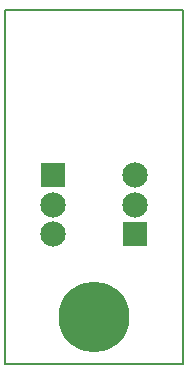
<source format=gbr>
%TF.GenerationSoftware,KiCad,Pcbnew,(5.0.0)*%
%TF.CreationDate,2018-12-15T00:02:50+01:00*%
%TF.ProjectId,addressable_led_board_V1.0,6164647265737361626C655F6C65645F,rev?*%
%TF.SameCoordinates,Original*%
%TF.FileFunction,Soldermask,Top*%
%TF.FilePolarity,Negative*%
%FSLAX46Y46*%
G04 Gerber Fmt 4.6, Leading zero omitted, Abs format (unit mm)*
G04 Created by KiCad (PCBNEW (5.0.0)) date 12/15/18 00:02:50*
%MOMM*%
%LPD*%
G01*
G04 APERTURE LIST*
%ADD10C,0.150000*%
%ADD11C,6.000000*%
%ADD12R,2.150000X2.150000*%
%ADD13C,2.150000*%
G04 APERTURE END LIST*
D10*
X15000000Y-45000000D02*
X15000000Y-15000000D01*
X30000000Y-45000000D02*
X15000000Y-45000000D01*
X30000000Y-15000000D02*
X30000000Y-45000000D01*
X15000000Y-15000000D02*
X30000000Y-15000000D01*
D11*
X22500000Y-41000000D03*
D12*
X19000000Y-29000000D03*
D13*
X19000000Y-31500000D03*
X19000000Y-34000000D03*
D12*
X26000000Y-34000000D03*
D13*
X26000000Y-31500000D03*
X26000000Y-29000000D03*
M02*

</source>
